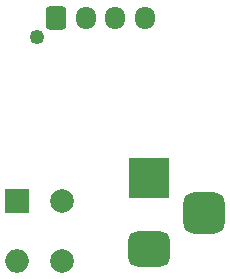
<source format=gbr>
%TF.GenerationSoftware,KiCad,Pcbnew,7.0.9*%
%TF.CreationDate,2024-01-22T18:22:55+13:00*%
%TF.ProjectId,jst_breakout,6a73745f-6272-4656-916b-6f75742e6b69,rev?*%
%TF.SameCoordinates,Original*%
%TF.FileFunction,Soldermask,Top*%
%TF.FilePolarity,Negative*%
%FSLAX46Y46*%
G04 Gerber Fmt 4.6, Leading zero omitted, Abs format (unit mm)*
G04 Created by KiCad (PCBNEW 7.0.9) date 2024-01-22 18:22:55*
%MOMM*%
%LPD*%
G01*
G04 APERTURE LIST*
G04 Aperture macros list*
%AMRoundRect*
0 Rectangle with rounded corners*
0 $1 Rounding radius*
0 $2 $3 $4 $5 $6 $7 $8 $9 X,Y pos of 4 corners*
0 Add a 4 corners polygon primitive as box body*
4,1,4,$2,$3,$4,$5,$6,$7,$8,$9,$2,$3,0*
0 Add four circle primitives for the rounded corners*
1,1,$1+$1,$2,$3*
1,1,$1+$1,$4,$5*
1,1,$1+$1,$6,$7*
1,1,$1+$1,$8,$9*
0 Add four rect primitives between the rounded corners*
20,1,$1+$1,$2,$3,$4,$5,0*
20,1,$1+$1,$4,$5,$6,$7,0*
20,1,$1+$1,$6,$7,$8,$9,0*
20,1,$1+$1,$8,$9,$2,$3,0*%
G04 Aperture macros list end*
%ADD10C,1.250000*%
%ADD11RoundRect,0.250000X-0.600000X-0.725000X0.600000X-0.725000X0.600000X0.725000X-0.600000X0.725000X0*%
%ADD12O,1.700000X1.950000*%
%ADD13R,2.000000X2.000000*%
%ADD14O,2.000000X2.000000*%
%ADD15C,2.000000*%
%ADD16R,3.500000X3.500000*%
%ADD17RoundRect,0.750000X1.000000X-0.750000X1.000000X0.750000X-1.000000X0.750000X-1.000000X-0.750000X0*%
%ADD18RoundRect,0.875000X0.875000X-0.875000X0.875000X0.875000X-0.875000X0.875000X-0.875000X-0.875000X0*%
G04 APERTURE END LIST*
D10*
%TO.C,J3*%
X72400000Y-32100000D03*
D11*
X74000000Y-30500000D03*
D12*
X76500000Y-30500000D03*
X79000000Y-30500000D03*
X81500000Y-30500000D03*
%TD*%
D13*
%TO.C,J2*%
X70690000Y-46000000D03*
D14*
X70690000Y-51003800D03*
D15*
X74500000Y-46000000D03*
X74500000Y-51003800D03*
%TD*%
D16*
%TO.C,J1*%
X81800000Y-44000000D03*
D17*
X81800000Y-50000000D03*
D18*
X86500000Y-47000000D03*
%TD*%
M02*

</source>
